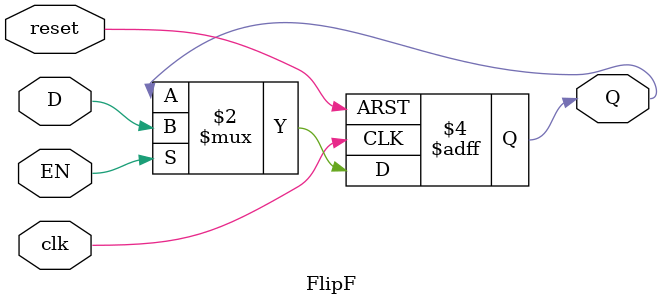
<source format=v>
module FlipF(input wire clk, reset, EN,
            input wire D,
            output reg Q);

always @ (posedge clk or posedge reset)begin
  if (reset) begin
      Q <= 1'b0;
  end
  else if (EN) begin
      Q <= D;
  end
  end

endmodule

</source>
